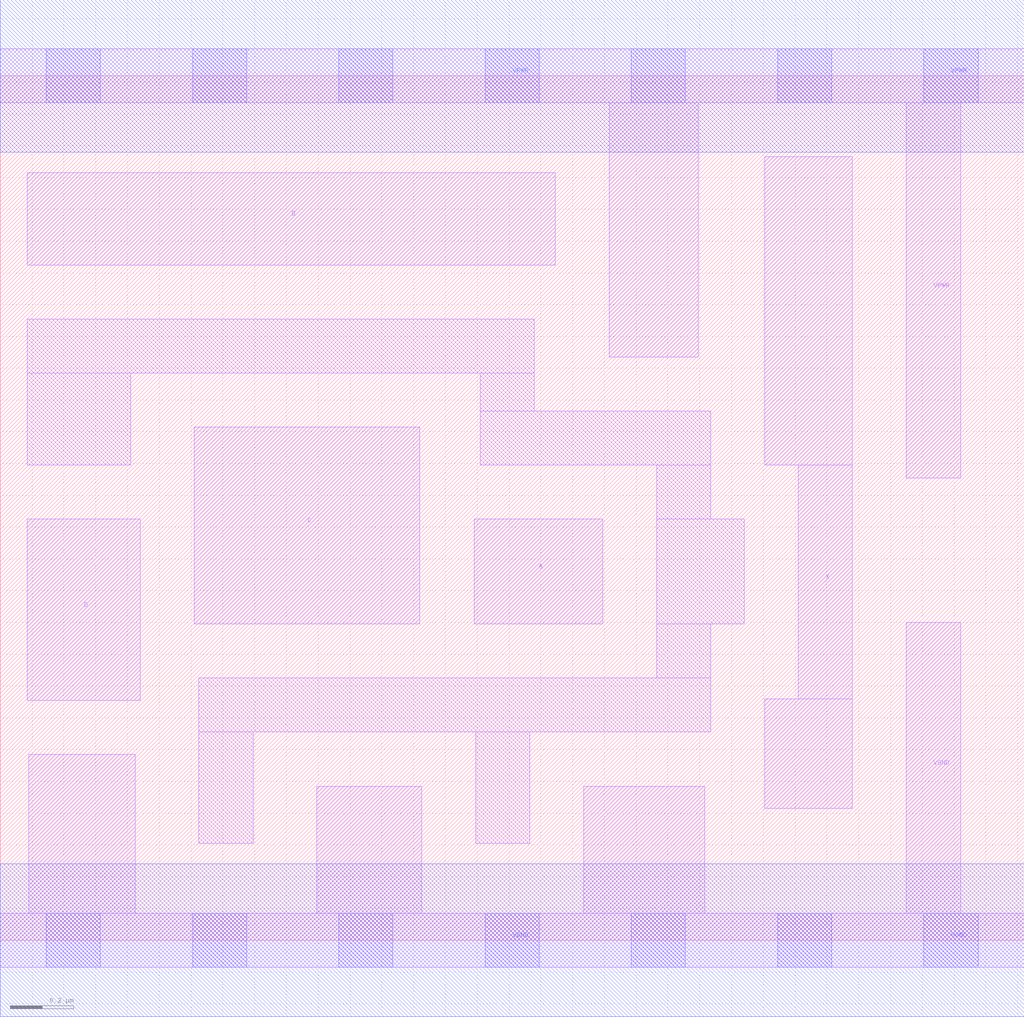
<source format=lef>
# Copyright 2020 The SkyWater PDK Authors
#
# Licensed under the Apache License, Version 2.0 (the "License");
# you may not use this file except in compliance with the License.
# You may obtain a copy of the License at
#
#     https://www.apache.org/licenses/LICENSE-2.0
#
# Unless required by applicable law or agreed to in writing, software
# distributed under the License is distributed on an "AS IS" BASIS,
# WITHOUT WARRANTIES OR CONDITIONS OF ANY KIND, either express or implied.
# See the License for the specific language governing permissions and
# limitations under the License.
#
# SPDX-License-Identifier: Apache-2.0

VERSION 5.7 ;
  NAMESCASESENSITIVE ON ;
  NOWIREEXTENSIONATPIN ON ;
  DIVIDERCHAR "/" ;
  BUSBITCHARS "[]" ;
UNITS
  DATABASE MICRONS 200 ;
END UNITS
MACRO sky130_fd_sc_hd__or4_2
  CLASS CORE ;
  SOURCE USER ;
  FOREIGN sky130_fd_sc_hd__or4_2 ;
  ORIGIN  0.000000  0.000000 ;
  SIZE  3.220000 BY  2.720000 ;
  SYMMETRY X Y R90 ;
  SITE unithd ;
  PIN A
    ANTENNAGATEAREA  0.126000 ;
    DIRECTION INPUT ;
    USE SIGNAL ;
    PORT
      LAYER li1 ;
        RECT 1.490000 0.995000 1.895000 1.325000 ;
    END
  END A
  PIN B
    ANTENNAGATEAREA  0.126000 ;
    DIRECTION INPUT ;
    USE SIGNAL ;
    PORT
      LAYER li1 ;
        RECT 0.085000 2.125000 1.745000 2.415000 ;
    END
  END B
  PIN C
    ANTENNAGATEAREA  0.126000 ;
    DIRECTION INPUT ;
    USE SIGNAL ;
    PORT
      LAYER li1 ;
        RECT 0.610000 0.995000 1.320000 1.615000 ;
    END
  END C
  PIN D
    ANTENNAGATEAREA  0.126000 ;
    DIRECTION INPUT ;
    USE SIGNAL ;
    PORT
      LAYER li1 ;
        RECT 0.085000 0.755000 0.440000 1.325000 ;
    END
  END D
  PIN X
    ANTENNADIFFAREA  0.445500 ;
    DIRECTION OUTPUT ;
    USE SIGNAL ;
    PORT
      LAYER li1 ;
        RECT 2.405000 0.415000 2.680000 0.760000 ;
        RECT 2.405000 1.495000 2.680000 2.465000 ;
        RECT 2.510000 0.760000 2.680000 1.495000 ;
    END
  END X
  PIN VGND
    DIRECTION INOUT ;
    SHAPE ABUTMENT ;
    USE GROUND ;
    PORT
      LAYER li1 ;
        RECT 0.000000 -0.085000 3.220000 0.085000 ;
        RECT 0.090000  0.085000 0.425000 0.585000 ;
        RECT 0.995000  0.085000 1.325000 0.485000 ;
        RECT 1.835000  0.085000 2.215000 0.485000 ;
        RECT 2.850000  0.085000 3.020000 1.000000 ;
      LAYER mcon ;
        RECT 0.145000 -0.085000 0.315000 0.085000 ;
        RECT 0.605000 -0.085000 0.775000 0.085000 ;
        RECT 1.065000 -0.085000 1.235000 0.085000 ;
        RECT 1.525000 -0.085000 1.695000 0.085000 ;
        RECT 1.985000 -0.085000 2.155000 0.085000 ;
        RECT 2.445000 -0.085000 2.615000 0.085000 ;
        RECT 2.905000 -0.085000 3.075000 0.085000 ;
      LAYER met1 ;
        RECT 0.000000 -0.240000 3.220000 0.240000 ;
    END
  END VGND
  PIN VPWR
    DIRECTION INOUT ;
    SHAPE ABUTMENT ;
    USE POWER ;
    PORT
      LAYER li1 ;
        RECT 0.000000 2.635000 3.220000 2.805000 ;
        RECT 1.915000 1.835000 2.195000 2.635000 ;
        RECT 2.850000 1.455000 3.020000 2.635000 ;
      LAYER mcon ;
        RECT 0.145000 2.635000 0.315000 2.805000 ;
        RECT 0.605000 2.635000 0.775000 2.805000 ;
        RECT 1.065000 2.635000 1.235000 2.805000 ;
        RECT 1.525000 2.635000 1.695000 2.805000 ;
        RECT 1.985000 2.635000 2.155000 2.805000 ;
        RECT 2.445000 2.635000 2.615000 2.805000 ;
        RECT 2.905000 2.635000 3.075000 2.805000 ;
      LAYER met1 ;
        RECT 0.000000 2.480000 3.220000 2.960000 ;
    END
  END VPWR
  OBS
    LAYER li1 ;
      RECT 0.085000 1.495000 0.410000 1.785000 ;
      RECT 0.085000 1.785000 1.680000 1.955000 ;
      RECT 0.625000 0.305000 0.795000 0.655000 ;
      RECT 0.625000 0.655000 2.235000 0.825000 ;
      RECT 1.495000 0.305000 1.665000 0.655000 ;
      RECT 1.510000 1.495000 2.235000 1.665000 ;
      RECT 1.510000 1.665000 1.680000 1.785000 ;
      RECT 2.065000 0.825000 2.235000 0.995000 ;
      RECT 2.065000 0.995000 2.340000 1.325000 ;
      RECT 2.065000 1.325000 2.235000 1.495000 ;
  END
END sky130_fd_sc_hd__or4_2
END LIBRARY

</source>
